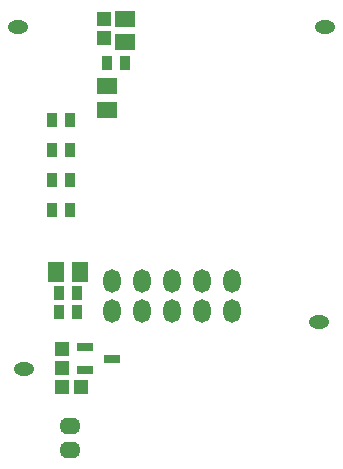
<source format=gbr>
G04*
G04 #@! TF.GenerationSoftware,Altium Limited,Altium Designer,22.4.2 (48)*
G04*
G04 Layer_Color=16711935*
%FSLAX44Y44*%
%MOMM*%
G71*
G04*
G04 #@! TF.SameCoordinates,838EBF20-BE27-4DE5-A25A-4BBD7161CD63*
G04*
G04*
G04 #@! TF.FilePolarity,Negative*
G04*
G01*
G75*
%ADD27R,1.2032X1.1532*%
%ADD30R,0.9532X1.2032*%
%ADD36O,1.8032X1.4032*%
%ADD37O,1.4732X1.9812*%
%ADD38O,1.7032X1.1032*%
%ADD76R,1.1532X1.2032*%
%ADD77R,1.3532X0.8032*%
%ADD78R,1.3532X1.6532*%
%ADD79R,1.6532X1.3532*%
D27*
X57150Y107060D02*
D03*
Y91060D02*
D03*
X92710Y370800D02*
D03*
Y386800D02*
D03*
D30*
X54730Y138430D02*
D03*
X69730D02*
D03*
X48500Y250190D02*
D03*
X63500D02*
D03*
X69730Y154220D02*
D03*
X54730D02*
D03*
X95370Y349250D02*
D03*
X110370D02*
D03*
X48500Y300990D02*
D03*
X63500D02*
D03*
Y224790D02*
D03*
X48500D02*
D03*
X63500Y275590D02*
D03*
X48500D02*
D03*
D36*
X64000Y22000D02*
D03*
Y42000D02*
D03*
D37*
X150000Y165100D02*
D03*
X175400Y139700D02*
D03*
X124600Y165100D02*
D03*
Y139700D02*
D03*
X99200Y165100D02*
D03*
Y139700D02*
D03*
X150000D02*
D03*
X200800D02*
D03*
Y165100D02*
D03*
X175400Y165100D02*
D03*
D38*
X275000Y130000D02*
D03*
X25000Y90000D02*
D03*
X20000Y380000D02*
D03*
X280000D02*
D03*
D76*
X73150Y74930D02*
D03*
X57150D02*
D03*
D77*
X76200Y89560D02*
D03*
Y108560D02*
D03*
X99200Y99060D02*
D03*
D78*
X72230Y172720D02*
D03*
X52230D02*
D03*
D79*
X95370Y329600D02*
D03*
Y309600D02*
D03*
X110490Y366800D02*
D03*
Y386800D02*
D03*
M02*

</source>
